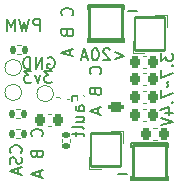
<source format=gbo>
G04 #@! TF.GenerationSoftware,KiCad,Pcbnew,8.0.7-8.0.7-0~ubuntu24.04.1*
G04 #@! TF.CreationDate,2024-12-30T22:58:19-07:00*
G04 #@! TF.ProjectId,DRV8311 Motor Driver,44525638-3331-4312-904d-6f746f722044,V1*
G04 #@! TF.SameCoordinates,Original*
G04 #@! TF.FileFunction,Legend,Bot*
G04 #@! TF.FilePolarity,Positive*
%FSLAX46Y46*%
G04 Gerber Fmt 4.6, Leading zero omitted, Abs format (unit mm)*
G04 Created by KiCad (PCBNEW 8.0.7-8.0.7-0~ubuntu24.04.1) date 2024-12-30 22:58:19*
%MOMM*%
%LPD*%
G01*
G04 APERTURE LIST*
G04 Aperture macros list*
%AMRoundRect*
0 Rectangle with rounded corners*
0 $1 Rounding radius*
0 $2 $3 $4 $5 $6 $7 $8 $9 X,Y pos of 4 corners*
0 Add a 4 corners polygon primitive as box body*
4,1,4,$2,$3,$4,$5,$6,$7,$8,$9,$2,$3,0*
0 Add four circle primitives for the rounded corners*
1,1,$1+$1,$2,$3*
1,1,$1+$1,$4,$5*
1,1,$1+$1,$6,$7*
1,1,$1+$1,$8,$9*
0 Add four rect primitives between the rounded corners*
20,1,$1+$1,$2,$3,$4,$5,0*
20,1,$1+$1,$4,$5,$6,$7,0*
20,1,$1+$1,$6,$7,$8,$9,0*
20,1,$1+$1,$8,$9,$2,$3,0*%
G04 Aperture macros list end*
%ADD10C,0.120000*%
%ADD11C,0.150000*%
%ADD12C,0.127000*%
%ADD13RoundRect,0.200000X0.450000X-0.200000X0.450000X0.200000X-0.450000X0.200000X-0.450000X-0.200000X0*%
%ADD14O,1.300000X0.800000*%
%ADD15C,0.600000*%
%ADD16R,1.000000X1.000000*%
%ADD17O,1.000000X1.000000*%
%ADD18RoundRect,0.135000X-0.135000X-0.185000X0.135000X-0.185000X0.135000X0.185000X-0.135000X0.185000X0*%
%ADD19RoundRect,0.100000X1.250000X1.400000X-1.250000X1.400000X-1.250000X-1.400000X1.250000X-1.400000X0*%
%ADD20RoundRect,0.100000X-1.250000X-1.400000X1.250000X-1.400000X1.250000X1.400000X-1.250000X1.400000X0*%
%ADD21C,1.000000*%
%ADD22RoundRect,0.225000X0.225000X0.250000X-0.225000X0.250000X-0.225000X-0.250000X0.225000X-0.250000X0*%
%ADD23RoundRect,0.140000X-0.170000X0.140000X-0.170000X-0.140000X0.170000X-0.140000X0.170000X0.140000X0*%
%ADD24RoundRect,0.102000X1.400000X1.400000X-1.400000X1.400000X-1.400000X-1.400000X1.400000X-1.400000X0*%
%ADD25RoundRect,0.102000X-1.400000X-1.400000X1.400000X-1.400000X1.400000X1.400000X-1.400000X1.400000X0*%
%ADD26RoundRect,0.135000X0.135000X0.185000X-0.135000X0.185000X-0.135000X-0.185000X0.135000X-0.185000X0*%
G04 APERTURE END LIST*
D10*
X168700000Y-102050000D02*
X169800000Y-102250000D01*
D11*
X168039411Y-98767438D02*
X168134649Y-98719819D01*
X168134649Y-98719819D02*
X168277506Y-98719819D01*
X168277506Y-98719819D02*
X168420363Y-98767438D01*
X168420363Y-98767438D02*
X168515601Y-98862676D01*
X168515601Y-98862676D02*
X168563220Y-98957914D01*
X168563220Y-98957914D02*
X168610839Y-99148390D01*
X168610839Y-99148390D02*
X168610839Y-99291247D01*
X168610839Y-99291247D02*
X168563220Y-99481723D01*
X168563220Y-99481723D02*
X168515601Y-99576961D01*
X168515601Y-99576961D02*
X168420363Y-99672200D01*
X168420363Y-99672200D02*
X168277506Y-99719819D01*
X168277506Y-99719819D02*
X168182268Y-99719819D01*
X168182268Y-99719819D02*
X168039411Y-99672200D01*
X168039411Y-99672200D02*
X167991792Y-99624580D01*
X167991792Y-99624580D02*
X167991792Y-99291247D01*
X167991792Y-99291247D02*
X168182268Y-99291247D01*
X167563220Y-99719819D02*
X167563220Y-98719819D01*
X167563220Y-98719819D02*
X166991792Y-99719819D01*
X166991792Y-99719819D02*
X166991792Y-98719819D01*
X166515601Y-99719819D02*
X166515601Y-98719819D01*
X166515601Y-98719819D02*
X166277506Y-98719819D01*
X166277506Y-98719819D02*
X166134649Y-98767438D01*
X166134649Y-98767438D02*
X166039411Y-98862676D01*
X166039411Y-98862676D02*
X165991792Y-98957914D01*
X165991792Y-98957914D02*
X165944173Y-99148390D01*
X165944173Y-99148390D02*
X165944173Y-99291247D01*
X165944173Y-99291247D02*
X165991792Y-99481723D01*
X165991792Y-99481723D02*
X166039411Y-99576961D01*
X166039411Y-99576961D02*
X166134649Y-99672200D01*
X166134649Y-99672200D02*
X166277506Y-99719819D01*
X166277506Y-99719819D02*
X166515601Y-99719819D01*
X173701316Y-98303152D02*
X174463220Y-98588866D01*
X174463220Y-98588866D02*
X173701316Y-98874580D01*
X173272744Y-98065057D02*
X173225125Y-98017438D01*
X173225125Y-98017438D02*
X173129887Y-97969819D01*
X173129887Y-97969819D02*
X172891792Y-97969819D01*
X172891792Y-97969819D02*
X172796554Y-98017438D01*
X172796554Y-98017438D02*
X172748935Y-98065057D01*
X172748935Y-98065057D02*
X172701316Y-98160295D01*
X172701316Y-98160295D02*
X172701316Y-98255533D01*
X172701316Y-98255533D02*
X172748935Y-98398390D01*
X172748935Y-98398390D02*
X173320363Y-98969819D01*
X173320363Y-98969819D02*
X172701316Y-98969819D01*
X172082268Y-97969819D02*
X171987030Y-97969819D01*
X171987030Y-97969819D02*
X171891792Y-98017438D01*
X171891792Y-98017438D02*
X171844173Y-98065057D01*
X171844173Y-98065057D02*
X171796554Y-98160295D01*
X171796554Y-98160295D02*
X171748935Y-98350771D01*
X171748935Y-98350771D02*
X171748935Y-98588866D01*
X171748935Y-98588866D02*
X171796554Y-98779342D01*
X171796554Y-98779342D02*
X171844173Y-98874580D01*
X171844173Y-98874580D02*
X171891792Y-98922200D01*
X171891792Y-98922200D02*
X171987030Y-98969819D01*
X171987030Y-98969819D02*
X172082268Y-98969819D01*
X172082268Y-98969819D02*
X172177506Y-98922200D01*
X172177506Y-98922200D02*
X172225125Y-98874580D01*
X172225125Y-98874580D02*
X172272744Y-98779342D01*
X172272744Y-98779342D02*
X172320363Y-98588866D01*
X172320363Y-98588866D02*
X172320363Y-98350771D01*
X172320363Y-98350771D02*
X172272744Y-98160295D01*
X172272744Y-98160295D02*
X172225125Y-98065057D01*
X172225125Y-98065057D02*
X172177506Y-98017438D01*
X172177506Y-98017438D02*
X172082268Y-97969819D01*
X171367982Y-98684104D02*
X170891792Y-98684104D01*
X171463220Y-98969819D02*
X171129887Y-97969819D01*
X171129887Y-97969819D02*
X170796554Y-98969819D01*
X172474580Y-100129886D02*
X172522200Y-100082267D01*
X172522200Y-100082267D02*
X172569819Y-99939410D01*
X172569819Y-99939410D02*
X172569819Y-99844172D01*
X172569819Y-99844172D02*
X172522200Y-99701315D01*
X172522200Y-99701315D02*
X172426961Y-99606077D01*
X172426961Y-99606077D02*
X172331723Y-99558458D01*
X172331723Y-99558458D02*
X172141247Y-99510839D01*
X172141247Y-99510839D02*
X171998390Y-99510839D01*
X171998390Y-99510839D02*
X171807914Y-99558458D01*
X171807914Y-99558458D02*
X171712676Y-99606077D01*
X171712676Y-99606077D02*
X171617438Y-99701315D01*
X171617438Y-99701315D02*
X171569819Y-99844172D01*
X171569819Y-99844172D02*
X171569819Y-99939410D01*
X171569819Y-99939410D02*
X171617438Y-100082267D01*
X171617438Y-100082267D02*
X171665057Y-100129886D01*
X172046009Y-101653696D02*
X172093628Y-101796553D01*
X172093628Y-101796553D02*
X172141247Y-101844172D01*
X172141247Y-101844172D02*
X172236485Y-101891791D01*
X172236485Y-101891791D02*
X172379342Y-101891791D01*
X172379342Y-101891791D02*
X172474580Y-101844172D01*
X172474580Y-101844172D02*
X172522200Y-101796553D01*
X172522200Y-101796553D02*
X172569819Y-101701315D01*
X172569819Y-101701315D02*
X172569819Y-101320363D01*
X172569819Y-101320363D02*
X171569819Y-101320363D01*
X171569819Y-101320363D02*
X171569819Y-101653696D01*
X171569819Y-101653696D02*
X171617438Y-101748934D01*
X171617438Y-101748934D02*
X171665057Y-101796553D01*
X171665057Y-101796553D02*
X171760295Y-101844172D01*
X171760295Y-101844172D02*
X171855533Y-101844172D01*
X171855533Y-101844172D02*
X171950771Y-101796553D01*
X171950771Y-101796553D02*
X171998390Y-101748934D01*
X171998390Y-101748934D02*
X172046009Y-101653696D01*
X172046009Y-101653696D02*
X172046009Y-101320363D01*
X172284104Y-103034649D02*
X172284104Y-103510839D01*
X172569819Y-102939411D02*
X171569819Y-103272744D01*
X171569819Y-103272744D02*
X172569819Y-103606077D01*
X170546009Y-102320112D02*
X170546009Y-101986779D01*
X171069819Y-101986779D02*
X170069819Y-101986779D01*
X170069819Y-101986779D02*
X170069819Y-102462969D01*
X171069819Y-103272493D02*
X170546009Y-103272493D01*
X170546009Y-103272493D02*
X170450771Y-103224874D01*
X170450771Y-103224874D02*
X170403152Y-103129636D01*
X170403152Y-103129636D02*
X170403152Y-102939160D01*
X170403152Y-102939160D02*
X170450771Y-102843922D01*
X171022200Y-103272493D02*
X171069819Y-103177255D01*
X171069819Y-103177255D02*
X171069819Y-102939160D01*
X171069819Y-102939160D02*
X171022200Y-102843922D01*
X171022200Y-102843922D02*
X170926961Y-102796303D01*
X170926961Y-102796303D02*
X170831723Y-102796303D01*
X170831723Y-102796303D02*
X170736485Y-102843922D01*
X170736485Y-102843922D02*
X170688866Y-102939160D01*
X170688866Y-102939160D02*
X170688866Y-103177255D01*
X170688866Y-103177255D02*
X170641247Y-103272493D01*
X170403152Y-104177255D02*
X171069819Y-104177255D01*
X170403152Y-103748684D02*
X170926961Y-103748684D01*
X170926961Y-103748684D02*
X171022200Y-103796303D01*
X171022200Y-103796303D02*
X171069819Y-103891541D01*
X171069819Y-103891541D02*
X171069819Y-104034398D01*
X171069819Y-104034398D02*
X171022200Y-104129636D01*
X171022200Y-104129636D02*
X170974580Y-104177255D01*
X171069819Y-104796303D02*
X171022200Y-104701065D01*
X171022200Y-104701065D02*
X170926961Y-104653446D01*
X170926961Y-104653446D02*
X170069819Y-104653446D01*
X170403152Y-105034399D02*
X170403152Y-105415351D01*
X170069819Y-105177256D02*
X170926961Y-105177256D01*
X170926961Y-105177256D02*
X171022200Y-105224875D01*
X171022200Y-105224875D02*
X171069819Y-105320113D01*
X171069819Y-105320113D02*
X171069819Y-105415351D01*
X170074580Y-95179886D02*
X170122200Y-95132267D01*
X170122200Y-95132267D02*
X170169819Y-94989410D01*
X170169819Y-94989410D02*
X170169819Y-94894172D01*
X170169819Y-94894172D02*
X170122200Y-94751315D01*
X170122200Y-94751315D02*
X170026961Y-94656077D01*
X170026961Y-94656077D02*
X169931723Y-94608458D01*
X169931723Y-94608458D02*
X169741247Y-94560839D01*
X169741247Y-94560839D02*
X169598390Y-94560839D01*
X169598390Y-94560839D02*
X169407914Y-94608458D01*
X169407914Y-94608458D02*
X169312676Y-94656077D01*
X169312676Y-94656077D02*
X169217438Y-94751315D01*
X169217438Y-94751315D02*
X169169819Y-94894172D01*
X169169819Y-94894172D02*
X169169819Y-94989410D01*
X169169819Y-94989410D02*
X169217438Y-95132267D01*
X169217438Y-95132267D02*
X169265057Y-95179886D01*
X169646009Y-96703696D02*
X169693628Y-96846553D01*
X169693628Y-96846553D02*
X169741247Y-96894172D01*
X169741247Y-96894172D02*
X169836485Y-96941791D01*
X169836485Y-96941791D02*
X169979342Y-96941791D01*
X169979342Y-96941791D02*
X170074580Y-96894172D01*
X170074580Y-96894172D02*
X170122200Y-96846553D01*
X170122200Y-96846553D02*
X170169819Y-96751315D01*
X170169819Y-96751315D02*
X170169819Y-96370363D01*
X170169819Y-96370363D02*
X169169819Y-96370363D01*
X169169819Y-96370363D02*
X169169819Y-96703696D01*
X169169819Y-96703696D02*
X169217438Y-96798934D01*
X169217438Y-96798934D02*
X169265057Y-96846553D01*
X169265057Y-96846553D02*
X169360295Y-96894172D01*
X169360295Y-96894172D02*
X169455533Y-96894172D01*
X169455533Y-96894172D02*
X169550771Y-96846553D01*
X169550771Y-96846553D02*
X169598390Y-96798934D01*
X169598390Y-96798934D02*
X169646009Y-96703696D01*
X169646009Y-96703696D02*
X169646009Y-96370363D01*
X169884104Y-98084649D02*
X169884104Y-98560839D01*
X170169819Y-97989411D02*
X169169819Y-98322744D01*
X169169819Y-98322744D02*
X170169819Y-98656077D01*
X167363220Y-96469819D02*
X167363220Y-95469819D01*
X167363220Y-95469819D02*
X166982268Y-95469819D01*
X166982268Y-95469819D02*
X166887030Y-95517438D01*
X166887030Y-95517438D02*
X166839411Y-95565057D01*
X166839411Y-95565057D02*
X166791792Y-95660295D01*
X166791792Y-95660295D02*
X166791792Y-95803152D01*
X166791792Y-95803152D02*
X166839411Y-95898390D01*
X166839411Y-95898390D02*
X166887030Y-95946009D01*
X166887030Y-95946009D02*
X166982268Y-95993628D01*
X166982268Y-95993628D02*
X167363220Y-95993628D01*
X166458458Y-95469819D02*
X166220363Y-96469819D01*
X166220363Y-96469819D02*
X166029887Y-95755533D01*
X166029887Y-95755533D02*
X165839411Y-96469819D01*
X165839411Y-96469819D02*
X165601316Y-95469819D01*
X165220363Y-96469819D02*
X165220363Y-95469819D01*
X165220363Y-95469819D02*
X164887030Y-96184104D01*
X164887030Y-96184104D02*
X164553697Y-95469819D01*
X164553697Y-95469819D02*
X164553697Y-96469819D01*
X167524580Y-105429886D02*
X167572200Y-105382267D01*
X167572200Y-105382267D02*
X167619819Y-105239410D01*
X167619819Y-105239410D02*
X167619819Y-105144172D01*
X167619819Y-105144172D02*
X167572200Y-105001315D01*
X167572200Y-105001315D02*
X167476961Y-104906077D01*
X167476961Y-104906077D02*
X167381723Y-104858458D01*
X167381723Y-104858458D02*
X167191247Y-104810839D01*
X167191247Y-104810839D02*
X167048390Y-104810839D01*
X167048390Y-104810839D02*
X166857914Y-104858458D01*
X166857914Y-104858458D02*
X166762676Y-104906077D01*
X166762676Y-104906077D02*
X166667438Y-105001315D01*
X166667438Y-105001315D02*
X166619819Y-105144172D01*
X166619819Y-105144172D02*
X166619819Y-105239410D01*
X166619819Y-105239410D02*
X166667438Y-105382267D01*
X166667438Y-105382267D02*
X166715057Y-105429886D01*
X167096009Y-106953696D02*
X167143628Y-107096553D01*
X167143628Y-107096553D02*
X167191247Y-107144172D01*
X167191247Y-107144172D02*
X167286485Y-107191791D01*
X167286485Y-107191791D02*
X167429342Y-107191791D01*
X167429342Y-107191791D02*
X167524580Y-107144172D01*
X167524580Y-107144172D02*
X167572200Y-107096553D01*
X167572200Y-107096553D02*
X167619819Y-107001315D01*
X167619819Y-107001315D02*
X167619819Y-106620363D01*
X167619819Y-106620363D02*
X166619819Y-106620363D01*
X166619819Y-106620363D02*
X166619819Y-106953696D01*
X166619819Y-106953696D02*
X166667438Y-107048934D01*
X166667438Y-107048934D02*
X166715057Y-107096553D01*
X166715057Y-107096553D02*
X166810295Y-107144172D01*
X166810295Y-107144172D02*
X166905533Y-107144172D01*
X166905533Y-107144172D02*
X167000771Y-107096553D01*
X167000771Y-107096553D02*
X167048390Y-107048934D01*
X167048390Y-107048934D02*
X167096009Y-106953696D01*
X167096009Y-106953696D02*
X167096009Y-106620363D01*
X167334104Y-108334649D02*
X167334104Y-108810839D01*
X167619819Y-108239411D02*
X166619819Y-108572744D01*
X166619819Y-108572744D02*
X167619819Y-108906077D01*
X168358458Y-99869819D02*
X167739411Y-99869819D01*
X167739411Y-99869819D02*
X168072744Y-100250771D01*
X168072744Y-100250771D02*
X167929887Y-100250771D01*
X167929887Y-100250771D02*
X167834649Y-100298390D01*
X167834649Y-100298390D02*
X167787030Y-100346009D01*
X167787030Y-100346009D02*
X167739411Y-100441247D01*
X167739411Y-100441247D02*
X167739411Y-100679342D01*
X167739411Y-100679342D02*
X167787030Y-100774580D01*
X167787030Y-100774580D02*
X167834649Y-100822200D01*
X167834649Y-100822200D02*
X167929887Y-100869819D01*
X167929887Y-100869819D02*
X168215601Y-100869819D01*
X168215601Y-100869819D02*
X168310839Y-100822200D01*
X168310839Y-100822200D02*
X168358458Y-100774580D01*
X167406077Y-100203152D02*
X167167982Y-100869819D01*
X167167982Y-100869819D02*
X166929887Y-100203152D01*
X166644172Y-99869819D02*
X166025125Y-99869819D01*
X166025125Y-99869819D02*
X166358458Y-100250771D01*
X166358458Y-100250771D02*
X166215601Y-100250771D01*
X166215601Y-100250771D02*
X166120363Y-100298390D01*
X166120363Y-100298390D02*
X166072744Y-100346009D01*
X166072744Y-100346009D02*
X166025125Y-100441247D01*
X166025125Y-100441247D02*
X166025125Y-100679342D01*
X166025125Y-100679342D02*
X166072744Y-100774580D01*
X166072744Y-100774580D02*
X166120363Y-100822200D01*
X166120363Y-100822200D02*
X166215601Y-100869819D01*
X166215601Y-100869819D02*
X166501315Y-100869819D01*
X166501315Y-100869819D02*
X166596553Y-100822200D01*
X166596553Y-100822200D02*
X166644172Y-100774580D01*
X174763220Y-108588866D02*
X174001316Y-108588866D01*
X165724580Y-106808207D02*
X165772200Y-106760588D01*
X165772200Y-106760588D02*
X165819819Y-106617731D01*
X165819819Y-106617731D02*
X165819819Y-106522493D01*
X165819819Y-106522493D02*
X165772200Y-106379636D01*
X165772200Y-106379636D02*
X165676961Y-106284398D01*
X165676961Y-106284398D02*
X165581723Y-106236779D01*
X165581723Y-106236779D02*
X165391247Y-106189160D01*
X165391247Y-106189160D02*
X165248390Y-106189160D01*
X165248390Y-106189160D02*
X165057914Y-106236779D01*
X165057914Y-106236779D02*
X164962676Y-106284398D01*
X164962676Y-106284398D02*
X164867438Y-106379636D01*
X164867438Y-106379636D02*
X164819819Y-106522493D01*
X164819819Y-106522493D02*
X164819819Y-106617731D01*
X164819819Y-106617731D02*
X164867438Y-106760588D01*
X164867438Y-106760588D02*
X164915057Y-106808207D01*
X165772200Y-107189160D02*
X165819819Y-107332017D01*
X165819819Y-107332017D02*
X165819819Y-107570112D01*
X165819819Y-107570112D02*
X165772200Y-107665350D01*
X165772200Y-107665350D02*
X165724580Y-107712969D01*
X165724580Y-107712969D02*
X165629342Y-107760588D01*
X165629342Y-107760588D02*
X165534104Y-107760588D01*
X165534104Y-107760588D02*
X165438866Y-107712969D01*
X165438866Y-107712969D02*
X165391247Y-107665350D01*
X165391247Y-107665350D02*
X165343628Y-107570112D01*
X165343628Y-107570112D02*
X165296009Y-107379636D01*
X165296009Y-107379636D02*
X165248390Y-107284398D01*
X165248390Y-107284398D02*
X165200771Y-107236779D01*
X165200771Y-107236779D02*
X165105533Y-107189160D01*
X165105533Y-107189160D02*
X165010295Y-107189160D01*
X165010295Y-107189160D02*
X164915057Y-107236779D01*
X164915057Y-107236779D02*
X164867438Y-107284398D01*
X164867438Y-107284398D02*
X164819819Y-107379636D01*
X164819819Y-107379636D02*
X164819819Y-107617731D01*
X164819819Y-107617731D02*
X164867438Y-107760588D01*
X165534104Y-108141541D02*
X165534104Y-108617731D01*
X165819819Y-108046303D02*
X164819819Y-108379636D01*
X164819819Y-108379636D02*
X165819819Y-108712969D01*
X175563220Y-94788866D02*
X174801316Y-94788866D01*
X177614819Y-98400791D02*
X177614819Y-99019838D01*
X177614819Y-99019838D02*
X177995771Y-98686505D01*
X177995771Y-98686505D02*
X177995771Y-98829362D01*
X177995771Y-98829362D02*
X178043390Y-98924600D01*
X178043390Y-98924600D02*
X178091009Y-98972219D01*
X178091009Y-98972219D02*
X178186247Y-99019838D01*
X178186247Y-99019838D02*
X178424342Y-99019838D01*
X178424342Y-99019838D02*
X178519580Y-98972219D01*
X178519580Y-98972219D02*
X178567200Y-98924600D01*
X178567200Y-98924600D02*
X178614819Y-98829362D01*
X178614819Y-98829362D02*
X178614819Y-98543648D01*
X178614819Y-98543648D02*
X178567200Y-98448410D01*
X178567200Y-98448410D02*
X178519580Y-98400791D01*
X178519580Y-99448410D02*
X178567200Y-99496029D01*
X178567200Y-99496029D02*
X178614819Y-99448410D01*
X178614819Y-99448410D02*
X178567200Y-99400791D01*
X178567200Y-99400791D02*
X178519580Y-99448410D01*
X178519580Y-99448410D02*
X178614819Y-99448410D01*
X177614819Y-99829362D02*
X177614819Y-100496028D01*
X177614819Y-100496028D02*
X178614819Y-100067457D01*
X178233866Y-100734124D02*
X178186247Y-100781743D01*
X178186247Y-100781743D02*
X178138628Y-100876981D01*
X178138628Y-100876981D02*
X178233866Y-101067457D01*
X178233866Y-101067457D02*
X178186247Y-101162695D01*
X178186247Y-101162695D02*
X178138628Y-101210314D01*
X177614819Y-101496029D02*
X177614819Y-102162695D01*
X177614819Y-102162695D02*
X178614819Y-101734124D01*
X178519580Y-102543648D02*
X178567200Y-102591267D01*
X178567200Y-102591267D02*
X178614819Y-102543648D01*
X178614819Y-102543648D02*
X178567200Y-102496029D01*
X178567200Y-102496029D02*
X178519580Y-102543648D01*
X178519580Y-102543648D02*
X178614819Y-102543648D01*
X177948152Y-103448409D02*
X178614819Y-103448409D01*
X177567200Y-103210314D02*
X178281485Y-102972219D01*
X178281485Y-102972219D02*
X178281485Y-103591266D01*
X177614819Y-103829362D02*
X178614819Y-104162695D01*
X178614819Y-104162695D02*
X177614819Y-104496028D01*
D10*
G04 #@! TO.C,R1*
X165678641Y-104820000D02*
X165371359Y-104820000D01*
X165678641Y-105580000D02*
X165371359Y-105580000D01*
G04 #@! TO.C,J10*
X175200000Y-97350000D02*
X175200000Y-98350000D01*
X175200000Y-98350000D02*
X176200000Y-98350000D01*
X178100000Y-95150000D02*
X177100000Y-95150000D01*
X178100000Y-96150000D02*
X178100000Y-95150000D01*
G04 #@! TO.C,J5*
X171500000Y-107200000D02*
X171500000Y-108200000D01*
X171500000Y-108200000D02*
X172500000Y-108200000D01*
X174400000Y-105000000D02*
X173400000Y-105000000D01*
X174400000Y-106000000D02*
X174400000Y-105000000D01*
G04 #@! TO.C,TP5*
X165800000Y-101700000D02*
G75*
G02*
X164400000Y-101700000I-700000J0D01*
G01*
X164400000Y-101700000D02*
G75*
G02*
X165800000Y-101700000I700000J0D01*
G01*
G04 #@! TO.C,C4*
X176059420Y-98590000D02*
X176340580Y-98590000D01*
X176059420Y-99610000D02*
X176340580Y-99610000D01*
G04 #@! TO.C,C9*
X176059420Y-103090000D02*
X176340580Y-103090000D01*
X176059420Y-104110000D02*
X176340580Y-104110000D01*
G04 #@! TO.C,C3*
X169190000Y-105857836D02*
X169190000Y-105642164D01*
X169910000Y-105857836D02*
X169910000Y-105642164D01*
G04 #@! TO.C,C10*
X176959420Y-104690000D02*
X177240580Y-104690000D01*
X176959420Y-105710000D02*
X177240580Y-105710000D01*
G04 #@! TO.C,TP3*
X168500000Y-101800000D02*
G75*
G02*
X167100000Y-101800000I-700000J0D01*
G01*
X167100000Y-101800000D02*
G75*
G02*
X168500000Y-101800000I700000J0D01*
G01*
D12*
G04 #@! TO.C,J3*
X175100000Y-106000000D02*
X178200000Y-106000000D01*
X175100000Y-106350000D02*
X175100000Y-106000000D01*
X175100000Y-109100000D02*
X175100000Y-108750000D01*
X178200000Y-106000000D02*
X178200000Y-106350000D01*
X178200000Y-108750000D02*
X178200000Y-109100000D01*
X178200000Y-109100000D02*
X175100000Y-109100000D01*
D10*
G04 #@! TO.C,C8*
X176059420Y-100090000D02*
X176340580Y-100090000D01*
X176059420Y-101110000D02*
X176340580Y-101110000D01*
D12*
G04 #@! TO.C,J11*
X171400000Y-94300000D02*
X174500000Y-94300000D01*
X171400000Y-94650000D02*
X171400000Y-94300000D01*
X171400000Y-97400000D02*
X171400000Y-97050000D01*
X174500000Y-94300000D02*
X174500000Y-94650000D01*
X174500000Y-97050000D02*
X174500000Y-97400000D01*
X174500000Y-97400000D02*
X171400000Y-97400000D01*
D10*
G04 #@! TO.C,R3*
X165753641Y-97720000D02*
X165446359Y-97720000D01*
X165753641Y-98480000D02*
X165446359Y-98480000D01*
G04 #@! TO.C,C2*
X168009420Y-103540000D02*
X168290580Y-103540000D01*
X168009420Y-104560000D02*
X168290580Y-104560000D01*
G04 #@! TO.C,TP4*
X165800000Y-99600000D02*
G75*
G02*
X164400000Y-99600000I-700000J0D01*
G01*
X164400000Y-99600000D02*
G75*
G02*
X165800000Y-99600000I700000J0D01*
G01*
G04 #@! TO.C,C5*
X176059420Y-101590000D02*
X176340580Y-101590000D01*
X176059420Y-102610000D02*
X176340580Y-102610000D01*
G04 #@! TO.C,R2*
X165346359Y-103120000D02*
X165653641Y-103120000D01*
X165346359Y-103880000D02*
X165653641Y-103880000D01*
G04 #@! TD*
%LPC*%
D13*
G04 #@! TO.C,J4*
X173800000Y-102900000D03*
D14*
X173800000Y-101650000D03*
X173800000Y-100400000D03*
G04 #@! TD*
D15*
G04 #@! TO.C,U1*
X169434998Y-102130000D03*
X170835000Y-102130000D03*
X170134999Y-101404599D03*
X169434998Y-100729998D03*
X170835000Y-100729998D03*
G04 #@! TD*
D16*
G04 #@! TO.C,J2*
X168300000Y-97900000D03*
D17*
X168300000Y-96630000D03*
X168300000Y-95360000D03*
G04 #@! TD*
D16*
G04 #@! TO.C,J1*
X168300000Y-108050000D03*
D17*
X168300000Y-106780000D03*
X168300000Y-105510000D03*
G04 #@! TD*
D18*
G04 #@! TO.C,R1*
X165015000Y-105200000D03*
X166035000Y-105200000D03*
G04 #@! TD*
D19*
G04 #@! TO.C,J10*
X176650000Y-96750000D03*
G04 #@! TD*
D20*
G04 #@! TO.C,J5*
X172950000Y-106600000D03*
G04 #@! TD*
D21*
G04 #@! TO.C,TP5*
X165100000Y-101700000D03*
G04 #@! TD*
D22*
G04 #@! TO.C,C4*
X176975000Y-99100000D03*
X175425000Y-99100000D03*
G04 #@! TD*
G04 #@! TO.C,C9*
X176975000Y-103600000D03*
X175425000Y-103600000D03*
G04 #@! TD*
D23*
G04 #@! TO.C,C3*
X169550000Y-105270000D03*
X169550000Y-106230000D03*
G04 #@! TD*
D22*
G04 #@! TO.C,C10*
X177875000Y-105200000D03*
X176325000Y-105200000D03*
G04 #@! TD*
D21*
G04 #@! TO.C,TP3*
X167800000Y-101800000D03*
G04 #@! TD*
D24*
G04 #@! TO.C,J3*
X176650000Y-107550000D03*
G04 #@! TD*
D22*
G04 #@! TO.C,C8*
X176975000Y-100600000D03*
X175425000Y-100600000D03*
G04 #@! TD*
D25*
G04 #@! TO.C,J11*
X172950000Y-95850000D03*
G04 #@! TD*
D18*
G04 #@! TO.C,R3*
X165090000Y-98100000D03*
X166110000Y-98100000D03*
G04 #@! TD*
D22*
G04 #@! TO.C,C2*
X168925000Y-104050000D03*
X167375000Y-104050000D03*
G04 #@! TD*
D21*
G04 #@! TO.C,TP4*
X165100000Y-99600000D03*
G04 #@! TD*
D22*
G04 #@! TO.C,C5*
X176975000Y-102100000D03*
X175425000Y-102100000D03*
G04 #@! TD*
D26*
G04 #@! TO.C,R2*
X166010000Y-103500000D03*
X164990000Y-103500000D03*
G04 #@! TD*
%LPD*%
M02*

</source>
